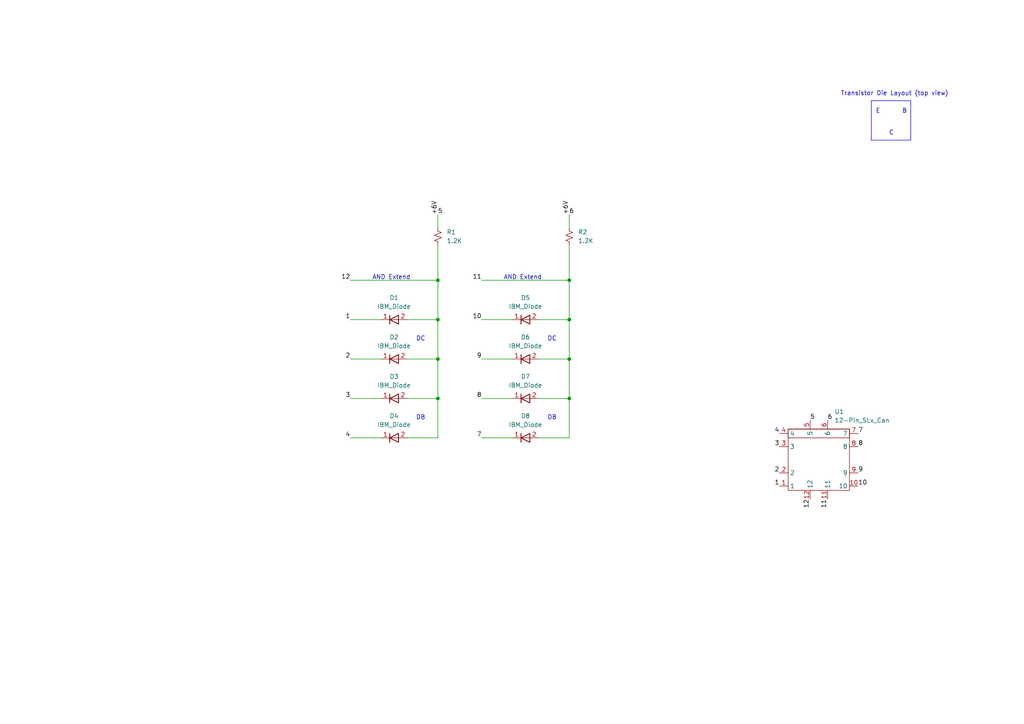
<source format=kicad_sch>
(kicad_sch (version 20211123) (generator eeschema)
  (paper "A4")
  (lib_symbols
    (symbol "Device:R_Small_US" (pin_numbers hide) (pin_names (offset 0.254) hide)
      (property "Reference" "R" (at 0.762 0.508 0))
      (property "Value" "R_Small_US" (at 0.762 -1.016 0))
      (symbol "R_Small_US_1_1"
        (polyline (pts (xy 0 0) (xy 1.016 -0.381) (xy 0 -0.762) (xy -1.016 -1.143) (xy 0 -1.524)))
        (polyline (pts (xy 0 1.524) (xy 1.016 1.143) (xy 0 0.762) (xy -1.016 0.381) (xy 0 0)))
        (pin passive line (at 0 2.54 270) (length 1.016) (name "~") (number "1"))
        (pin passive line (at 0 -2.54 90) (length 1.016) (name "~") (number "2"))
      )
    )
    (symbol "IBM_SLT-SLD:12-Pin_SLx_Can"
      (property "Reference" "U" (at 0 -2.54 0))
      (property "Value" "12-Pin_SLx_Can" (at 0 0 0))
      (symbol "12-Pin_SLx_Can_0_1"
        (rectangle (start -8.89 8.89) (end 8.89 -8.89))
        (rectangle (start -8.89 8.89) (end 8.89 6.35))
      )
      (symbol "12-Pin_SLx_Can_1_1"
        (pin passive line (at -11.43 -7.62 0) (length 2.54) (name "1") (number "1"))
        (pin passive line (at 11.43 -7.62 180) (length 2.54) (name "10") (number "10"))
        (pin passive line (at 2.54 -11.43 90) (length 2.54) (name "11") (number "11"))
        (pin passive line (at -2.54 -11.43 90) (length 2.54) (name "12") (number "12"))
        (pin passive line (at -11.43 -3.81 0) (length 2.54) (name "2") (number "2"))
        (pin passive line (at -11.43 3.81 0) (length 2.54) (name "3") (number "3"))
        (pin passive line (at -11.43 7.62 0) (length 2.54) (name "4") (number "4"))
        (pin passive line (at -2.54 11.43 270) (length 2.54) (name "5") (number "5"))
        (pin passive line (at 2.54 11.43 270) (length 2.54) (name "6") (number "6"))
        (pin passive line (at 11.43 7.62 180) (length 2.54) (name "7") (number "7"))
        (pin passive line (at 11.43 3.81 180) (length 2.54) (name "8") (number "8"))
        (pin passive line (at 11.43 -3.81 180) (length 2.54) (name "9") (number "9"))
      )
    )
    (symbol "IBM_SLT-SLD:IBM_Diode"
      (property "Reference" "D" (at 0 5.08 0))
      (property "Value" "IBM_Diode" (at 0 2.54 0))
      (symbol "IBM_Diode_0_1"
        (polyline (pts (xy -1.27 1.27) (xy -1.27 -1.27)) (stroke (width 0.254)))
        (polyline (pts (xy 1.27 0) (xy -1.27 0)))
        (polyline (pts (xy 1.27 1.27) (xy 1.27 -1.27) (xy -1.27 0) (xy 1.27 1.27)) (stroke (width 0.254)))
      )
      (symbol "IBM_Diode_1_1"
        (pin passive line (at -3.81 0 0) (length 2.54) (name "K") (number "1"))
        (pin passive line (at 3.81 0 180) (length 2.54) (name "A") (number "2"))
      )
    )
  )
  (junction (at 127 115.57))
  (junction (at 165.1 81.28))
  (junction (at 127 104.14))
  (junction (at 165.1 115.57))
  (junction (at 165.1 92.71))
  (junction (at 127 81.28))
  (junction (at 127 92.71))
  (junction (at 165.1 104.14))
  (wire (pts (xy 165.1 81.28) (xy 165.1 71.12)))
  (wire (pts (xy 139.7 81.28) (xy 165.1 81.28)))
  (wire (pts (xy 127 81.28) (xy 127 92.71)))
  (wire (pts (xy 165.1 115.57) (xy 165.1 127)))
  (wire (pts (xy 127 62.23) (xy 127 66.04)))
  (wire (pts (xy 127 71.12) (xy 127 81.28)))
  (wire (pts (xy 118.11 115.57) (xy 127 115.57)))
  (wire (pts (xy 156.21 115.57) (xy 165.1 115.57)))
  (wire (pts (xy 165.1 104.14) (xy 165.1 115.57)))
  (polyline (pts (xy 252.73 29.21) (xy 252.73 40.64)) (stroke (width 0) (type solid)))
  (wire (pts (xy 139.7 115.57) (xy 148.59 115.57)))
  (polyline (pts (xy 264.16 40.64) (xy 252.73 40.64)) (stroke (width 0) (type solid)))
  (wire (pts (xy 139.7 104.14) (xy 148.59 104.14)))
  (wire (pts (xy 156.21 92.71) (xy 165.1 92.71)))
  (polyline (pts (xy 252.73 29.21) (xy 264.16 29.21)) (stroke (width 0) (type solid)))
  (wire (pts (xy 101.6 127) (xy 110.49 127)))
  (wire (pts (xy 165.1 81.28) (xy 165.1 92.71)))
  (wire (pts (xy 101.6 92.71) (xy 110.49 92.71)))
  (wire (pts (xy 139.7 92.71) (xy 148.59 92.71)))
  (polyline (pts (xy 264.16 29.21) (xy 264.16 40.64)) (stroke (width 0) (type solid)))
  (wire (pts (xy 156.21 104.14) (xy 165.1 104.14)))
  (wire (pts (xy 118.11 104.14) (xy 127 104.14)))
  (wire (pts (xy 101.6 104.14) (xy 110.49 104.14)))
  (wire (pts (xy 127 92.71) (xy 127 104.14)))
  (wire (pts (xy 165.1 62.23) (xy 165.1 66.04)))
  (wire (pts (xy 127 81.28) (xy 101.6 81.28)))
  (wire (pts (xy 165.1 92.71) (xy 165.1 104.14)))
  (wire (pts (xy 118.11 92.71) (xy 127 92.71)))
  (wire (pts (xy 156.21 127) (xy 165.1 127)))
  (wire (pts (xy 127 115.57) (xy 127 127)))
  (wire (pts (xy 139.7 127) (xy 148.59 127)))
  (wire (pts (xy 127 104.14) (xy 127 115.57)))
  (wire (pts (xy 118.11 127) (xy 127 127)))
  (wire (pts (xy 101.6 115.57) (xy 110.49 115.57)))
  (text "C" (at 257.81 39.37 0) (effects (font (size 1.27 1.27)) (justify left bottom)))
  (text "DC" (at 120.65 99.06 0) (effects (font (size 1.27 1.27)) (justify left bottom)))
  (text "AND Extend" (at 107.95 81.28 0) (effects (font (size 1.27 1.27)) (justify left bottom)))
  (text "DB" (at 120.65 121.92 0) (effects (font (size 1.27 1.27)) (justify left bottom)))
  (text "AND Extend" (at 146.05 81.28 0) (effects (font (size 1.27 1.27)) (justify left bottom)))
  (text "E" (at 254 33.02 0) (effects (font (size 1.27 1.27)) (justify left bottom)))
  (text "DB" (at 158.75 121.92 0) (effects (font (size 1.27 1.27)) (justify left bottom)))
  (text "DC" (at 158.75 99.06 0) (effects (font (size 1.27 1.27)) (justify left bottom)))
  (text "B" (at 261.62 33.02 0) (effects (font (size 1.27 1.27)) (justify left bottom)))
  (text "Transistor Die Layout (top view)" (at 243.84 27.94 0) (effects (font (size 1.27 1.27)) (justify left bottom)))
  (label "8" (at 139.7 115.57 180))
  (label "9" (at 248.92 137.16 0))
  (label "7" (at 248.92 125.73 0))
  (label "5" (at 127 62.23 0))
  (label "+6V" (at 165.1 62.23 90))
  (label "5" (at 234.95 121.92 0))
  (label "11" (at 240.03 144.78 270))
  (label "7" (at 139.7 127 180))
  (label "12" (at 101.6 81.28 180))
  (label "2" (at 101.6 104.14 180))
  (label "6" (at 165.1 62.23 0))
  (label "4" (at 226.06 125.73 180))
  (label "10" (at 248.92 140.97 0))
  (label "11" (at 139.7 81.28 180))
  (label "3" (at 226.06 129.54 180))
  (label "8" (at 248.92 129.54 0))
  (label "+6V" (at 127 62.23 90))
  (label "1" (at 226.06 140.97 180))
  (label "10" (at 139.7 92.71 180))
  (label "1" (at 101.6 92.71 180))
  (label "12" (at 234.95 144.78 270))
  (label "4" (at 101.6 127 180))
  (label "3" (at 101.6 115.57 180))
  (label "2" (at 226.06 137.16 180))
  (label "9" (at 139.7 104.14 180))
  (label "6" (at 240.03 121.92 0))
  (symbol (lib_id "IBM_SLT-SLD:IBM_Diode") (at 114.3 127 0) (unit 1)
    (property "Reference" "D4" (at 114.3 120.65 0))
    (property "Value" "IBM_Diode" (at 114.3 123.19 0))
    (property "Footprint" "Diode_SMD:D_0201_0603Metric" (effects hide))
  )
  (symbol (lib_id "IBM_SLT-SLD:IBM_Diode") (at 114.3 104.14 0) (unit 1)
    (property "Reference" "D2" (at 114.3 97.79 0))
    (property "Value" "IBM_Diode" (at 114.3 100.33 0))
    (property "Footprint" "Diode_SMD:D_0201_0603Metric" (effects hide))
  )
  (symbol (lib_id "IBM_SLT-SLD:IBM_Diode") (at 152.4 115.57 0) (unit 1)
    (property "Reference" "D7" (at 152.4 109.22 0))
    (property "Value" "IBM_Diode" (at 152.4 111.76 0))
    (property "Footprint" "Diode_SMD:D_0201_0603Metric" (effects hide))
  )
  (symbol (lib_id "Device:R_Small_US") (at 165.1 68.58 0) (unit 1)
    (property "Reference" "R2" (at 167.64 67.3099 0) (effects (justify left)))
    (property "Value" "1.2K" (at 167.64 69.8499 0) (effects (justify left)))
    (property "Footprint" "Resistor_SMD:R_0201_0603Metric" (effects hide))
  )
  (symbol (lib_id "Device:R_Small_US") (at 127 68.58 0) (unit 1)
    (property "Reference" "R1" (at 129.54 67.3099 0) (effects (justify left)))
    (property "Value" "1.2K" (at 129.54 69.8499 0) (effects (justify left)))
    (property "Footprint" "Resistor_SMD:R_0201_0603Metric" (effects hide))
  )
  (symbol (lib_id "IBM_SLT-SLD:12-Pin_SLx_Can") (at 237.49 133.35 0) (unit 1)
    (property "Reference" "U1" (at 242.0494 119.38 0) (effects (justify left)))
    (property "Value" "12-Pin_SLx_Can" (at 242.0494 121.92 0) (effects (justify left)))
    (property "Footprint" "IBM_SLT-SLD:12-Pin_SLx_Can" (effects hide))
  )
  (symbol (lib_id "IBM_SLT-SLD:IBM_Diode") (at 114.3 92.71 0) (unit 1)
    (property "Reference" "D1" (at 114.3 86.36 0))
    (property "Value" "IBM_Diode" (at 114.3 88.9 0))
    (property "Footprint" "Diode_SMD:D_0201_0603Metric" (effects hide))
  )
  (symbol (lib_id "IBM_SLT-SLD:IBM_Diode") (at 152.4 127 0) (unit 1)
    (property "Reference" "D8" (at 152.4 120.65 0))
    (property "Value" "IBM_Diode" (at 152.4 123.19 0))
    (property "Footprint" "Diode_SMD:D_0201_0603Metric" (effects hide))
  )
  (symbol (lib_id "IBM_SLT-SLD:IBM_Diode") (at 114.3 115.57 0) (unit 1)
    (property "Reference" "D3" (at 114.3 109.22 0))
    (property "Value" "IBM_Diode" (at 114.3 111.76 0))
    (property "Footprint" "Diode_SMD:D_0201_0603Metric" (effects hide))
  )
  (symbol (lib_id "IBM_SLT-SLD:IBM_Diode") (at 152.4 92.71 0) (unit 1)
    (property "Reference" "D5" (at 152.4 86.36 0))
    (property "Value" "IBM_Diode" (at 152.4 88.9 0))
    (property "Footprint" "Diode_SMD:D_0201_0603Metric" (effects hide))
  )
  (symbol (lib_id "IBM_SLT-SLD:IBM_Diode") (at 152.4 104.14 0) (unit 1)
    (property "Reference" "D6" (at 152.4 97.79 0))
    (property "Value" "IBM_Diode" (at 152.4 100.33 0))
    (property "Footprint" "Diode_SMD:D_0201_0603Metric" (effects hide))
  )
)
</source>
